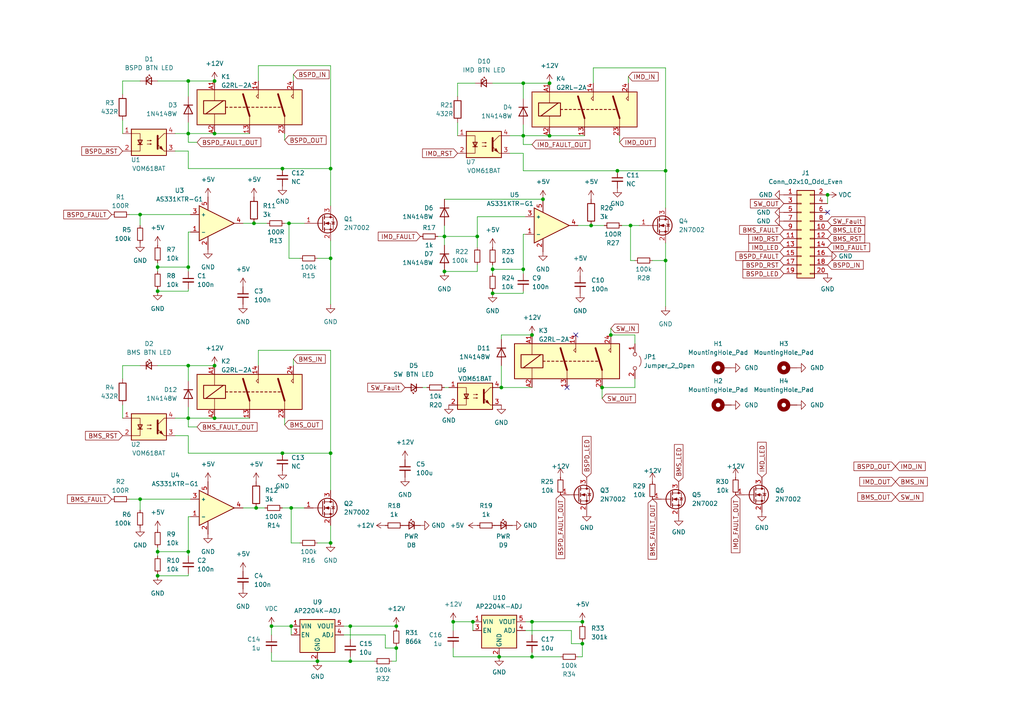
<source format=kicad_sch>
(kicad_sch (version 20230121) (generator eeschema)
  (paper "A4")
  (title_block (title "SDC") (date "2025-07-23") (rev "2025.07") (company "NCKU Formula Racing Team"))
  (junction (at 54.61 121.285))
  (junction (at 114.935 181.61))
  (junction (at 81.915 131.445))
  (junction (at 193.04 49.53))
  (junction (at 54.61 160.02))
  (junction (at 159.385 39.37))
  (junction (at 45.72 167.005))
  (junction (at 240.03 56.515))
  (junction (at 174.625 112.395))
  (junction (at 74.295 147.32))
  (junction (at 154.305 97.155))
  (junction (at 54.61 38.735))
  (junction (at 131.445 180.34))
  (junction (at 92.075 191.77))
  (junction (at 137.16 180.34))
  (junction (at 157.48 57.785))
  (junction (at 84.455 147.32))
  (junction (at 179.07 49.53))
  (junction (at 54.61 106.045))
  (junction (at 177.165 97.155))
  (junction (at 151.765 78.105))
  (junction (at 101.6 191.77))
  (junction (at 168.91 186.69))
  (junction (at 171.45 65.405))
  (junction (at 114.935 187.96))
  (junction (at 182.88 65.405))
  (junction (at 101.6 181.61))
  (junction (at 138.43 68.58))
  (junction (at 154.305 190.5))
  (junction (at 193.04 75.565))
  (junction (at 84.455 181.61))
  (junction (at 54.61 23.495))
  (junction (at 151.765 24.13))
  (junction (at 95.885 48.895))
  (junction (at 62.23 23.495))
  (junction (at 83.82 64.77))
  (junction (at 62.23 121.285))
  (junction (at 45.72 160.02))
  (junction (at 62.23 38.735))
  (junction (at 73.66 64.77))
  (junction (at 54.61 77.47))
  (junction (at 81.915 48.895))
  (junction (at 168.91 180.34))
  (junction (at 128.905 78.74))
  (junction (at 144.78 190.5))
  (junction (at 95.885 74.93))
  (junction (at 154.305 180.34))
  (junction (at 95.885 157.48))
  (junction (at 95.885 131.445))
  (junction (at 128.905 68.58))
  (junction (at 151.765 39.37))
  (junction (at 45.72 77.47))
  (junction (at 145.415 112.395))
  (junction (at 78.74 181.61))
  (junction (at 159.385 24.13))
  (junction (at 40.64 62.23))
  (junction (at 142.875 85.09))
  (junction (at 62.23 106.045))
  (junction (at 142.875 78.105))
  (junction (at 45.72 84.455))
  (junction (at 40.64 144.78))
  (no_connect (at 164.465 112.395))
  (no_connect (at 167.005 97.155))
  (no_connect (at 240.03 61.595))
  (wire (pts (xy 78.74 191.77) (xy 92.075 191.77)))
  (wire (pts (xy 182.88 65.405) (xy 182.88 75.565)))
  (wire (pts (xy 84.455 147.32) (xy 88.265 147.32)))
  (wire (pts (xy 99.695 184.15) (xy 111.76 184.15)))
  (wire (pts (xy 84.455 181.61) (xy 78.74 181.61)))
  (wire (pts (xy 174.625 112.395) (xy 174.625 115.57)))
  (wire (pts (xy 168.91 180.34) (xy 168.91 180.975)))
  (wire (pts (xy 145.415 97.155) (xy 154.305 97.155)))
  (wire (pts (xy 145.415 112.395) (xy 154.305 112.395)))
  (wire (pts (xy 142.875 84.455) (xy 142.875 85.09)))
  (wire (pts (xy 45.72 77.47) (xy 45.72 78.74)))
  (wire (pts (xy 74.93 19.05) (xy 95.885 19.05)))
  (wire (pts (xy 147.955 44.45) (xy 151.765 44.45)))
  (wire (pts (xy 182.88 65.405) (xy 185.42 65.405)))
  (wire (pts (xy 85.09 21.59) (xy 85.09 23.495)))
  (wire (pts (xy 95.885 101.6) (xy 95.885 131.445)))
  (wire (pts (xy 101.6 181.61) (xy 114.935 181.61)))
  (wire (pts (xy 50.8 43.815) (xy 54.61 43.815)))
  (wire (pts (xy 101.6 181.61) (xy 101.6 185.42)))
  (wire (pts (xy 54.61 118.11) (xy 54.61 121.285)))
  (wire (pts (xy 40.64 144.78) (xy 40.64 147.955)))
  (wire (pts (xy 82.55 40.64) (xy 82.55 38.735)))
  (wire (pts (xy 54.61 131.445) (xy 81.915 131.445)))
  (wire (pts (xy 132.715 35.56) (xy 132.715 39.37)))
  (wire (pts (xy 138.43 68.58) (xy 138.43 71.755)))
  (wire (pts (xy 99.695 181.61) (xy 101.6 181.61)))
  (wire (pts (xy 84.455 181.61) (xy 84.455 184.15)))
  (wire (pts (xy 45.72 160.02) (xy 45.72 158.75)))
  (wire (pts (xy 95.885 19.05) (xy 95.885 48.895)))
  (wire (pts (xy 45.72 160.02) (xy 54.61 160.02)))
  (wire (pts (xy 54.61 160.02) (xy 54.61 149.86)))
  (wire (pts (xy 40.64 62.23) (xy 55.245 62.23)))
  (wire (pts (xy 113.665 191.77) (xy 114.935 191.77)))
  (wire (pts (xy 73.66 64.77) (xy 77.47 64.77)))
  (wire (pts (xy 122.555 112.395) (xy 123.825 112.395)))
  (wire (pts (xy 45.72 77.47) (xy 54.61 77.47)))
  (wire (pts (xy 54.61 43.815) (xy 54.61 48.895)))
  (wire (pts (xy 138.43 62.865) (xy 152.4 62.865)))
  (wire (pts (xy 92.075 191.77) (xy 101.6 191.77)))
  (wire (pts (xy 151.765 39.37) (xy 159.385 39.37)))
  (wire (pts (xy 35.56 109.855) (xy 35.56 106.045)))
  (wire (pts (xy 142.875 78.105) (xy 151.765 78.105)))
  (wire (pts (xy 54.61 67.31) (xy 55.245 67.31)))
  (wire (pts (xy 45.72 84.455) (xy 54.61 84.455)))
  (wire (pts (xy 83.82 74.93) (xy 86.995 74.93)))
  (wire (pts (xy 45.72 106.045) (xy 54.61 106.045)))
  (wire (pts (xy 54.61 166.37) (xy 54.61 167.005)))
  (wire (pts (xy 35.56 34.925) (xy 35.56 38.735)))
  (wire (pts (xy 54.61 106.045) (xy 54.61 110.49)))
  (wire (pts (xy 179.07 49.53) (xy 193.04 49.53)))
  (wire (pts (xy 151.765 41.91) (xy 154.305 41.91)))
  (wire (pts (xy 142.875 24.13) (xy 151.765 24.13)))
  (wire (pts (xy 132.715 24.13) (xy 137.795 24.13)))
  (wire (pts (xy 70.485 147.32) (xy 74.295 147.32)))
  (wire (pts (xy 50.8 38.735) (xy 54.61 38.735)))
  (wire (pts (xy 35.56 27.305) (xy 35.56 23.495)))
  (wire (pts (xy 54.61 121.285) (xy 62.23 121.285)))
  (wire (pts (xy 131.445 180.34) (xy 131.445 182.88)))
  (wire (pts (xy 184.15 97.155) (xy 184.15 99.695)))
  (wire (pts (xy 54.61 23.495) (xy 54.61 27.94)))
  (wire (pts (xy 165.735 182.88) (xy 165.735 186.69)))
  (wire (pts (xy 142.875 78.105) (xy 142.875 76.835)))
  (wire (pts (xy 54.61 23.495) (xy 62.23 23.495)))
  (wire (pts (xy 177.165 95.25) (xy 177.165 97.155)))
  (wire (pts (xy 74.93 101.6) (xy 95.885 101.6)))
  (wire (pts (xy 132.715 27.94) (xy 132.715 24.13)))
  (wire (pts (xy 62.23 121.285) (xy 72.39 121.285)))
  (wire (pts (xy 37.465 62.23) (xy 40.64 62.23)))
  (wire (pts (xy 151.765 24.13) (xy 159.385 24.13)))
  (wire (pts (xy 154.305 180.34) (xy 154.305 184.15)))
  (wire (pts (xy 54.61 106.045) (xy 62.23 106.045)))
  (wire (pts (xy 35.56 106.045) (xy 40.64 106.045)))
  (wire (pts (xy 147.955 39.37) (xy 151.765 39.37)))
  (wire (pts (xy 54.61 35.56) (xy 54.61 38.735)))
  (wire (pts (xy 95.885 48.895) (xy 95.885 59.69)))
  (wire (pts (xy 45.72 23.495) (xy 54.61 23.495)))
  (wire (pts (xy 54.61 126.365) (xy 54.61 131.445)))
  (wire (pts (xy 82.55 123.19) (xy 82.55 121.285)))
  (wire (pts (xy 95.885 69.85) (xy 95.885 74.93)))
  (wire (pts (xy 151.765 24.13) (xy 151.765 28.575)))
  (wire (pts (xy 172.085 19.685) (xy 193.04 19.685)))
  (wire (pts (xy 137.16 180.34) (xy 137.16 182.88)))
  (wire (pts (xy 81.915 147.32) (xy 84.455 147.32)))
  (wire (pts (xy 128.905 57.785) (xy 157.48 57.785)))
  (wire (pts (xy 179.705 41.275) (xy 179.705 39.37)))
  (wire (pts (xy 114.935 181.61) (xy 114.935 182.245)))
  (wire (pts (xy 35.56 23.495) (xy 40.64 23.495)))
  (wire (pts (xy 45.72 160.02) (xy 45.72 161.29)))
  (wire (pts (xy 167.64 65.405) (xy 171.45 65.405)))
  (wire (pts (xy 184.15 109.855) (xy 184.15 112.395)))
  (wire (pts (xy 177.165 97.155) (xy 184.15 97.155)))
  (wire (pts (xy 152.4 182.88) (xy 165.735 182.88)))
  (wire (pts (xy 83.82 64.77) (xy 88.265 64.77)))
  (wire (pts (xy 54.61 77.47) (xy 54.61 67.31)))
  (wire (pts (xy 171.45 65.405) (xy 175.26 65.405)))
  (wire (pts (xy 54.61 78.74) (xy 54.61 77.47)))
  (wire (pts (xy 128.905 65.405) (xy 128.905 68.58)))
  (wire (pts (xy 131.445 190.5) (xy 144.78 190.5)))
  (wire (pts (xy 189.23 75.565) (xy 193.04 75.565)))
  (wire (pts (xy 128.905 78.74) (xy 138.43 78.74)))
  (wire (pts (xy 95.885 152.4) (xy 95.885 157.48)))
  (wire (pts (xy 54.61 38.735) (xy 54.61 41.275)))
  (wire (pts (xy 152.4 180.34) (xy 154.305 180.34)))
  (wire (pts (xy 151.765 78.105) (xy 151.765 67.945)))
  (wire (pts (xy 111.76 184.15) (xy 111.76 187.96)))
  (wire (pts (xy 151.765 49.53) (xy 179.07 49.53)))
  (wire (pts (xy 45.72 166.37) (xy 45.72 167.005)))
  (wire (pts (xy 81.915 131.445) (xy 95.885 131.445)))
  (wire (pts (xy 74.93 101.6) (xy 74.93 106.045)))
  (wire (pts (xy 165.735 186.69) (xy 168.91 186.69)))
  (wire (pts (xy 144.78 190.5) (xy 154.305 190.5)))
  (wire (pts (xy 131.445 187.96) (xy 131.445 190.5)))
  (wire (pts (xy 92.075 74.93) (xy 95.885 74.93)))
  (wire (pts (xy 142.875 85.09) (xy 151.765 85.09)))
  (wire (pts (xy 54.61 38.735) (xy 62.23 38.735)))
  (wire (pts (xy 111.76 187.96) (xy 114.935 187.96)))
  (wire (pts (xy 151.765 79.375) (xy 151.765 78.105)))
  (wire (pts (xy 84.455 147.32) (xy 84.455 157.48)))
  (wire (pts (xy 128.905 68.58) (xy 128.905 71.12)))
  (wire (pts (xy 101.6 190.5) (xy 101.6 191.77)))
  (wire (pts (xy 35.56 117.475) (xy 35.56 121.285)))
  (wire (pts (xy 40.64 62.23) (xy 40.64 65.405)))
  (wire (pts (xy 45.72 167.005) (xy 54.61 167.005)))
  (wire (pts (xy 240.03 56.515) (xy 240.03 59.055)))
  (wire (pts (xy 128.905 112.395) (xy 130.175 112.395)))
  (wire (pts (xy 95.885 74.93) (xy 95.885 88.265)))
  (wire (pts (xy 78.74 181.61) (xy 78.74 184.15)))
  (wire (pts (xy 142.875 78.105) (xy 142.875 79.375)))
  (wire (pts (xy 151.765 36.195) (xy 151.765 39.37)))
  (wire (pts (xy 168.91 186.055) (xy 168.91 186.69)))
  (wire (pts (xy 92.075 157.48) (xy 95.885 157.48)))
  (wire (pts (xy 78.74 189.23) (xy 78.74 191.77)))
  (wire (pts (xy 182.88 75.565) (xy 184.15 75.565)))
  (wire (pts (xy 54.61 41.275) (xy 57.15 41.275)))
  (wire (pts (xy 180.34 65.405) (xy 182.88 65.405)))
  (wire (pts (xy 154.305 189.23) (xy 154.305 190.5)))
  (wire (pts (xy 184.15 112.395) (xy 174.625 112.395)))
  (wire (pts (xy 193.04 70.485) (xy 193.04 75.565)))
  (wire (pts (xy 151.765 67.945) (xy 152.4 67.945)))
  (wire (pts (xy 54.61 121.285) (xy 54.61 123.825)))
  (wire (pts (xy 40.64 144.78) (xy 55.245 144.78)))
  (wire (pts (xy 154.305 190.5) (xy 162.56 190.5)))
  (wire (pts (xy 70.485 64.77) (xy 73.66 64.77)))
  (wire (pts (xy 172.085 19.685) (xy 172.085 24.13)))
  (wire (pts (xy 81.915 48.895) (xy 95.885 48.895)))
  (wire (pts (xy 193.04 19.685) (xy 193.04 49.53)))
  (wire (pts (xy 45.72 77.47) (xy 45.72 76.2)))
  (wire (pts (xy 128.905 68.58) (xy 138.43 68.58)))
  (wire (pts (xy 154.305 180.34) (xy 168.91 180.34)))
  (wire (pts (xy 95.885 131.445) (xy 95.885 142.24)))
  (wire (pts (xy 45.72 83.82) (xy 45.72 84.455)))
  (wire (pts (xy 193.04 75.565) (xy 193.04 88.9)))
  (wire (pts (xy 84.455 157.48) (xy 86.995 157.48)))
  (wire (pts (xy 83.82 64.77) (xy 83.82 74.93)))
  (wire (pts (xy 138.43 76.835) (xy 138.43 78.74)))
  (wire (pts (xy 62.23 38.735) (xy 72.39 38.735)))
  (wire (pts (xy 54.61 161.29) (xy 54.61 160.02)))
  (wire (pts (xy 145.415 97.155) (xy 145.415 98.425)))
  (wire (pts (xy 54.61 48.895) (xy 81.915 48.895)))
  (wire (pts (xy 101.6 191.77) (xy 108.585 191.77)))
  (wire (pts (xy 151.765 84.455) (xy 151.765 85.09)))
  (wire (pts (xy 82.55 64.77) (xy 83.82 64.77)))
  (wire (pts (xy 182.245 22.225) (xy 182.245 24.13)))
  (wire (pts (xy 127 68.58) (xy 128.905 68.58)))
  (wire (pts (xy 159.385 39.37) (xy 169.545 39.37)))
  (wire (pts (xy 54.61 83.82) (xy 54.61 84.455)))
  (wire (pts (xy 50.8 121.285) (xy 54.61 121.285)))
  (wire (pts (xy 151.765 39.37) (xy 151.765 41.91)))
  (wire (pts (xy 50.8 126.365) (xy 54.61 126.365)))
  (wire (pts (xy 85.09 104.14) (xy 85.09 106.045)))
  (wire (pts (xy 145.415 106.045) (xy 145.415 112.395)))
  (wire (pts (xy 168.91 186.69) (xy 168.91 190.5)))
  (wire (pts (xy 137.16 180.34) (xy 131.445 180.34)))
  (wire (pts (xy 167.64 190.5) (xy 168.91 190.5)))
  (wire (pts (xy 74.93 19.05) (xy 74.93 23.495)))
  (wire (pts (xy 74.295 147.32) (xy 76.835 147.32)))
  (wire (pts (xy 54.61 123.825) (xy 57.15 123.825)))
  (wire (pts (xy 54.61 149.86) (xy 55.245 149.86)))
  (wire (pts (xy 193.04 49.53) (xy 193.04 60.325)))
  (wire (pts (xy 151.765 44.45) (xy 151.765 49.53)))
  (wire (pts (xy 138.43 68.58) (xy 138.43 62.865)))
  (wire (pts (xy 114.935 187.325) (xy 114.935 187.96)))
  (wire (pts (xy 114.935 187.96) (xy 114.935 191.77)))
  (wire (pts (xy 37.465 144.78) (xy 40.64 144.78)))
  (global_label "BSPD_FAULT" (shape input) (at 227.33 74.295 180) (property "Intersheetrefs" "${INTERSHEET_REFS}" (effects hide)))
  (global_label "IMD_FAULT_OUT" (shape input) (at 154.305 41.91 0) (property "Intersheetrefs" "${INTERSHEET_REFS}" (effects hide)))
  (global_label "BMS_IN" (shape input) (at 85.09 104.14 0) (property "Intersheetrefs" "${INTERSHEET_REFS}" (effects hide)))
  (global_label "IMD_RST" (shape input) (at 132.715 44.45 180) (property "Intersheetrefs" "${INTERSHEET_REFS}" (effects hide)))
  (global_label "BMS_LED" (shape input) (at 196.85 139.7 90) (property "Intersheetrefs" "${INTERSHEET_REFS}" (effects hide)))
  (global_label "BMS_OUT" (shape input) (at 82.55 123.19 0) (property "Intersheetrefs" "${INTERSHEET_REFS}" (effects hide)))
  (global_label "BMS_RST" (shape input) (at 240.03 69.215 0) (property "Intersheetrefs" "${INTERSHEET_REFS}" (effects hide)))
  (global_label "SW_Fault" (shape input) (at 240.03 64.135 0) (property "Intersheetrefs" "${INTERSHEET_REFS}" (effects hide)))
  (global_label "BMS_OUT" (shape input) (at 259.715 144.145 180) (property "Intersheetrefs" "${INTERSHEET_REFS}" (effects hide)))
  (global_label "IMD_OUT" (shape input) (at 259.715 139.7 180) (property "Intersheetrefs" "${INTERSHEET_REFS}" (effects hide)))
  (global_label "BMS_FAULT" (shape input) (at 32.385 144.78 180) (property "Intersheetrefs" "${INTERSHEET_REFS}" (effects hide)))
  (global_label "BMS_LED" (shape input) (at 240.03 66.675 0) (property "Intersheetrefs" "${INTERSHEET_REFS}" (effects hide)))
  (global_label "BMS_FAULT" (shape input) (at 227.33 66.675 180) (property "Intersheetrefs" "${INTERSHEET_REFS}" (effects hide)))
  (global_label "IMD_FAULT" (shape input) (at 121.92 68.58 180) (property "Intersheetrefs" "${INTERSHEET_REFS}" (effects hide)))
  (global_label "BSPD_FAULT_OUT" (shape input) (at 162.56 143.51 270) (property "Intersheetrefs" "${INTERSHEET_REFS}" (effects hide)))
  (global_label "BSPD_IN" (shape input) (at 85.09 21.59 0) (property "Intersheetrefs" "${INTERSHEET_REFS}" (effects hide)))
  (global_label "IMD_LED" (shape input) (at 220.98 138.43 90) (property "Intersheetrefs" "${INTERSHEET_REFS}" (effects hide)))
  (global_label "BMS_RST" (shape input) (at 35.56 126.365 180) (property "Intersheetrefs" "${INTERSHEET_REFS}" (effects hide)))
  (global_label "BMS_FAULT_OUT" (shape input) (at 189.23 144.78 270) (property "Intersheetrefs" "${INTERSHEET_REFS}" (effects hide)))
  (global_label "IMD_FAULT_OUT" (shape input) (at 213.36 143.51 270) (property "Intersheetrefs" "${INTERSHEET_REFS}" (effects hide)))
  (global_label "SW_IN" (shape input) (at 259.715 144.145 0) (property "Intersheetrefs" "${INTERSHEET_REFS}" (effects hide)))
  (global_label "IMD_OUT" (shape input) (at 179.705 41.275 0) (property "Intersheetrefs" "${INTERSHEET_REFS}" (effects hide)))
  (global_label "BSPD_RST" (shape input) (at 35.56 43.815 180) (property "Intersheetrefs" "${INTERSHEET_REFS}" (effects hide)))
  (global_label "SW_Fault" (shape input) (at 117.475 112.395 180) (property "Intersheetrefs" "${INTERSHEET_REFS}" (effects hide)))
  (global_label "BMS_IN" (shape input) (at 259.715 139.7 0) (property "Intersheetrefs" "${INTERSHEET_REFS}" (effects hide)))
  (global_label "BSPD_IN" (shape input) (at 240.03 76.835 0) (property "Intersheetrefs" "${INTERSHEET_REFS}" (effects hide)))
  (global_label "IMD_IN" (shape input) (at 259.715 135.255 0) (property "Intersheetrefs" "${INTERSHEET_REFS}" (effects hide)))
  (global_label "BSPD_FAULT" (shape input) (at 32.385 62.23 180) (property "Intersheetrefs" "${INTERSHEET_REFS}" (effects hide)))
  (global_label "SW_OUT" (shape input) (at 174.625 115.57 0) (property "Intersheetrefs" "${INTERSHEET_REFS}" (effects hide)))
  (global_label "BSPD_RST" (shape input) (at 227.33 76.835 180) (property "Intersheetrefs" "${INTERSHEET_REFS}" (effects hide)))
  (global_label "BSPD_LED" (shape input) (at 227.33 79.375 180) (property "Intersheetrefs" "${INTERSHEET_REFS}" (effects hide)))
  (global_label "BMS_FAULT_OUT" (shape input) (at 57.15 123.825 0) (property "Intersheetrefs" "${INTERSHEET_REFS}" (effects hide)))
  (global_label "IMD_IN" (shape input) (at 182.245 22.225 0) (property "Intersheetrefs" "${INTERSHEET_REFS}" (effects hide)))
  (global_label "SW_IN" (shape input) (at 177.165 95.25 0) (property "Intersheetrefs" "${INTERSHEET_REFS}" (effects hide)))
  (global_label "IMD_LED" (shape input) (at 227.33 71.755 180) (property "Intersheetrefs" "${INTERSHEET_REFS}" (effects hide)))
  (global_label "SW_OUT" (shape input) (at 227.33 59.055 180) (property "Intersheetrefs" "${INTERSHEET_REFS}" (effects hide)))
  (global_label "BSPD_FAULT_OUT" (shape input) (at 57.15 41.275 0) (property "Intersheetrefs" "${INTERSHEET_REFS}" (effects hide)))
  (global_label "BSPD_OUT" (shape input) (at 259.715 135.255 180) (property "Intersheetrefs" "${INTERSHEET_REFS}" (effects hide)))
  (global_label "IMD_RST" (shape input) (at 227.33 69.215 180) (property "Intersheetrefs" "${INTERSHEET_REFS}" (effects hide)))
  (global_label "BSPD_LED" (shape input) (at 170.18 138.43 90) (property "Intersheetrefs" "${INTERSHEET_REFS}" (effects hide)))
  (global_label "IMD_FAULT" (shape input) (at 240.03 71.755 0) (property "Intersheetrefs" "${INTERSHEET_REFS}" (effects hide)))
  (global_label "BSPD_OUT" (shape input) (at 82.55 40.64 0) (property "Intersheetrefs" "${INTERSHEET_REFS}" (effects hide)))
  (symbol (lib_id "Regulator_Linear:AP2204K-ADJ") (at 144.78 182.88 0) (unit 1)
    (property "Reference" "U10" (at 144.78 173.355 0))
    (property "Value" "AP2204K-ADJ" (at 144.78 175.895 0))
    (property "Footprint" "Package_TO_SOT_SMD:SOT-23-5" (effects hide))
    (property "Datasheet" "https://www.diodes.com/assets/Datasheets/AP2204.pdf" (effects hide))
  )
  (symbol (lib_id "Device:R_Small") (at 45.72 163.83 0) (unit 1)
    (property "Reference" "R10" (at 48.26 162.56 0) (effects (justify left)))
    (property "Value" "10k" (at 48.26 165.1 0) (effects (justify left)))
    (property "Footprint" "Resistor_SMD:R_0603_1608Metric" (effects hide))
  )
  (symbol (lib_id "Device:C_Small") (at 179.07 52.07 0) (unit 1)
    (property "Reference" "C11" (at 181.61 50.8063 0) (effects (justify left)))
    (property "Value" "NC" (at 181.61 53.3463 0) (effects (justify left)))
    (property "Footprint" "Capacitor_THT:C_Disc_D3.0mm_W1.6mm_P2.50mm" (effects hide))
  )
  (symbol (lib_id "Device:R_Small") (at 162.56 140.97 0) (mirror x) (unit 1)
    (property "Reference" "R25" (at 160.655 139.7 0) (effects (justify right)))
    (property "Value" "10k" (at 160.655 142.24 0) (effects (justify right)))
    (property "Footprint" "Resistor_SMD:R_0603_1608Metric" (effects hide))
  )
  (symbol (lib_id "power:+5V") (at 142.875 71.755 0) (unit 1)
    (property "Reference" "#PWR036" (effects hide))
    (property "Value" "+5V" (at 142.875 66.675 0))
  )
  (symbol (lib_id "Device:R_Small") (at 138.43 74.295 0) (mirror y) (unit 1)
    (property "Reference" "R22" (at 135.89 73.025 0) (effects (justify left)))
    (property "Value" "100k" (at 135.89 75.565 0) (effects (justify left)))
    (property "Footprint" "Resistor_SMD:R_0603_1608Metric" (effects hide))
  )
  (symbol (lib_id "power:+12V") (at 62.23 106.045 0) (unit 1)
    (property "Reference" "#PWR015" (effects hide))
    (property "Value" "+12V" (at 62.23 100.965 0))
  )
  (symbol (lib_id "Device:R_Small") (at 168.91 183.515 0) (unit 1)
    (property "Reference" "R33" (at 171.45 182.245 0) (effects (justify left)))
    (property "Value" "301k" (at 171.45 184.785 0) (effects (justify left)))
    (property "Footprint" "Resistor_SMD:R_0603_1608Metric" (effects hide))
  )
  (symbol (lib_id "Device:R_Small") (at 140.97 152.4 90) (unit 1)
    (property "Reference" "R19" (at 140.97 146.685 90))
    (property "Value" "1k" (at 140.97 149.225 90))
    (property "Footprint" "Resistor_SMD:R_0603_1608Metric" (effects hide))
  )
  (symbol (lib_id "power:GND") (at 240.03 74.295 90) (unit 1)
    (property "Reference" "#PWR038" (effects hide))
    (property "Value" "GND" (at 243.205 74.295 90) (effects (justify right)))
  )
  (symbol (lib_id "Device:R") (at 35.56 113.665 0) (unit 1)
    (property "Reference" "R4" (at 30.48 112.395 0) (effects (justify left)))
    (property "Value" "432R" (at 29.21 114.935 0) (effects (justify left)))
    (property "Footprint" "Resistor_SMD:R_0603_1608Metric" (effects hide))
  )
  (symbol (lib_id "Device:R_Small") (at 45.72 156.21 0) (unit 1)
    (property "Reference" "R9" (at 48.26 154.94 0) (effects (justify left)))
    (property "Value" "10k" (at 48.26 157.48 0) (effects (justify left)))
    (property "Footprint" "Resistor_SMD:R_0603_1608Metric" (effects hide))
  )
  (symbol (lib_id "power:+5V") (at 74.295 139.7 0) (unit 1)
    (property "Reference" "#PWR035" (effects hide))
    (property "Value" "+5V" (at 74.295 134.62 0))
  )
  (symbol (lib_id "power:GND") (at 196.85 149.86 0) (unit 1)
    (property "Reference" "#PWR050" (effects hide))
    (property "Value" "GND" (at 196.85 154.305 0))
  )
  (symbol (lib_id "Transistor_FET:2N7002") (at 218.44 143.51 0) (unit 1)
    (property "Reference" "Q6" (at 224.79 142.24 0) (effects (justify left)))
    (property "Value" "2N7002" (at 224.79 144.78 0) (effects (justify left)))
    (property "Footprint" "Package_TO_SOT_SMD:SOT-23" (effects hide))
    (property "Datasheet" "https://www.onsemi.com/pub/Collateral/NDS7002A-D.PDF" (effects hide))
    (property "Sim.Library" "2N7002.spice.txt" (effects hide))
    (property "Sim.Name" "N7002" (effects hide))
    (property "Sim.Device" "SUBCKT" (effects hide))
    (property "Sim.Pins" "1=10 2=20 3=30" (effects hide))
  )
  (symbol (lib_id "Diode:1N4148W") (at 128.905 61.595 90) (mirror x) (unit 1)
    (property "Reference" "D6" (at 125.73 60.325 90) (effects (justify left)))
    (property "Value" "1N4148W" (at 125.73 62.865 90) (effects (justify left)))
    (property "Footprint" "Diode_SMD:D_SOD-123" (effects hide))
    (property "Datasheet" "https://www.vishay.com/docs/85748/1n4148w.pdf" (effects hide))
    (property "Sim.Device" "D" (effects hide))
    (property "Sim.Pins" "1=K 2=A" (effects hide))
  )
  (symbol (lib_id "power:+5V") (at 60.325 57.15 0) (unit 1)
    (property "Reference" "#PWR09" (effects hide))
    (property "Value" "+5V" (at 60.325 52.07 0))
  )
  (symbol (lib_id "Device:R_Small") (at 177.8 65.405 90) (mirror x) (unit 1)
    (property "Reference" "R27" (at 177.8 70.485 90))
    (property "Value" "100R" (at 177.8 67.945 90))
    (property "Footprint" "Resistor_SMD:R_0603_1608Metric" (effects hide))
  )
  (symbol (lib_id "power:+5V") (at 168.91 180.34 0) (unit 1)
    (property "Reference" "#PWR069" (effects hide))
    (property "Value" "+5V" (at 168.91 175.26 0))
  )
  (symbol (lib_id "power:+12V") (at 189.23 139.7 0) (unit 1)
    (property "Reference" "#PWR048" (effects hide))
    (property "Value" "+12V" (at 189.23 136.525 0))
  )
  (symbol (lib_id "Transistor_FET:2N7002") (at 190.5 65.405 0) (unit 1)
    (property "Reference" "Q4" (at 196.85 64.135 0) (effects (justify left)))
    (property "Value" "2N7002" (at 196.85 66.675 0) (effects (justify left)))
    (property "Footprint" "Package_TO_SOT_SMD:SOT-23" (effects hide))
    (property "Datasheet" "https://www.onsemi.com/pub/Collateral/NDS7002A-D.PDF" (effects hide))
    (property "Sim.Library" "2N7002.spice.txt" (effects hide))
    (property "Sim.Name" "N7002" (effects hide))
    (property "Sim.Device" "SUBCKT" (effects hide))
    (property "Sim.Pins" "1=10 2=20 3=30" (effects hide))
  )
  (symbol (lib_id "power:GND") (at 81.915 136.525 0) (unit 1)
    (property "Reference" "#PWR013" (effects hide))
    (property "Value" "GND" (at 81.915 140.97 0))
  )
  (symbol (lib_id "Device:R_Small") (at 40.64 150.495 0) (mirror y) (unit 1)
    (property "Reference" "R6" (at 38.1 149.225 0) (effects (justify left)))
    (property "Value" "100k" (at 38.1 151.765 0) (effects (justify left)))
    (property "Footprint" "Resistor_SMD:R_0603_1608Metric" (effects hide))
  )
  (symbol (lib_id "Isolator:FODM217B") (at 137.795 114.935 0) (unit 1)
    (property "Reference" "U6" (at 133.985 107.315 0))
    (property "Value" "VOM618AT" (at 137.795 109.855 0))
    (property "Footprint" "Package_SO:SOP-4_3.8x4.1mm_P2.54mm" (effects hide))
    (property "Datasheet" "https://www.onsemi.com/pub/Collateral/FODM214-D.PDF" (effects hide))
    (property "Sim.Library" "Vishay_BJT_1mA/BJT_1mA.txt" (effects hide))
    (property "Sim.Name" "BJT_1mA" (effects hide))
    (property "Sim.Device" "SUBCKT" (effects hide))
    (property "Sim.Pins" "1=A 2=K 3=C 4=E" (effects hide))
  )
  (symbol (lib_id "power:GND") (at 117.475 138.43 0) (unit 1)
    (property "Reference" "#PWR024" (effects hide))
    (property "Value" "GND" (at 117.475 143.51 0))
  )
  (symbol (lib_id "power:GND") (at 240.03 79.375 0) (unit 1)
    (property "Reference" "#PWR025" (effects hide))
    (property "Value" "GND" (at 240.03 83.82 0))
  )
  (symbol (lib_id "power:+5V") (at 138.43 152.4 90) (unit 1)
    (property "Reference" "#PWR027" (effects hide))
    (property "Value" "+5V" (at 134.62 152.4 90) (effects (justify left)))
  )
  (symbol (lib_id "Mechanical:MountingHole_Pad") (at 228.6 106.68 90) (unit 1)
    (property "Reference" "H3" (at 227.33 99.695 90))
    (property "Value" "MountingHole_Pad" (at 227.33 102.235 90))
    (property "Footprint" "MountingHole:MountingHole_3.2mm_M3_ISO7380_Pad" (effects hide))
  )
  (symbol (lib_id "Device:R_Small") (at 111.125 191.77 90) (mirror x) (unit 1)
    (property "Reference" "R32" (at 111.125 196.85 90))
    (property "Value" "100k" (at 111.125 194.31 90))
    (property "Footprint" "Resistor_SMD:R_0603_1608Metric" (effects hide))
  )
  (symbol (lib_id "Device:R_Small") (at 186.69 75.565 90) (mirror x) (unit 1)
    (property "Reference" "R28" (at 186.69 80.645 90))
    (property "Value" "100k" (at 186.69 78.105 90))
    (property "Footprint" "Resistor_SMD:R_0603_1608Metric" (effects hide))
  )
  (symbol (lib_id "power:GND") (at 157.48 73.025 0) (unit 1)
    (property "Reference" "#PWR042" (effects hide))
    (property "Value" "GND" (at 157.48 78.105 0))
  )
  (symbol (lib_id "Device:R") (at 74.295 143.51 0) (unit 1)
    (property "Reference" "R12" (at 76.835 142.24 0) (effects (justify left)))
    (property "Value" "3k" (at 76.835 144.78 0) (effects (justify left)))
    (property "Footprint" "Resistor_SMD:R_0603_1608Metric" (effects hide))
  )
  (symbol (lib_id "power:+12V") (at 111.76 152.4 90) (unit 1)
    (property "Reference" "#PWR026" (effects hide))
    (property "Value" "+12V" (at 108.585 152.4 90) (effects (justify left)))
  )
  (symbol (lib_id "Relay:G2RL-2A") (at 72.39 113.665 0) (unit 1)
    (property "Reference" "K2" (at 64.135 104.775 0) (effects (justify left)))
    (property "Value" "G2RL-2A" (at 64.135 107.315 0) (effects (justify left)))
    (property "Footprint" "Relay_THT:Relay_DPST_Omron_G2RL-2A" (effects hide))
    (property "Datasheet" "https://omronfs.omron.com/en_US/ecb/products/pdf/en-g2rl.pdf" (effects hide))
    (property "Sim.Device" "SW" (effects hide))
    (property "Sim.Type" "V" (effects hide))
    (property "Sim.Pins" "13=ctrl+ 14=ctrl- 23=no+ 24=no-" (effects hide))
    (property "Sim.Params" "thr=10 ron=0.08 ic=off" (effects hide))
  )
  (symbol (lib_id "Device:R") (at 132.715 31.75 0) (unit 1)
    (property "Reference" "R21" (at 127.635 30.48 0) (effects (justify left)))
    (property "Value" "432R" (at 126.365 33.02 0) (effects (justify left)))
    (property "Footprint" "Resistor_SMD:R_0603_1608Metric" (effects hide))
  )
  (symbol (lib_id "Device:R_Small") (at 126.365 112.395 270) (unit 1)
    (property "Reference" "R20" (at 126.365 117.475 90))
    (property "Value" "10k" (at 126.365 114.935 90))
    (property "Footprint" "Resistor_SMD:R_0603_1608Metric" (effects hide))
  )
  (symbol (lib_id "Isolator:FODM217B") (at 43.18 123.825 0) (unit 1)
    (property "Reference" "U2" (at 39.37 128.905 0))
    (property "Value" "VOM618AT" (at 43.18 131.445 0))
    (property "Footprint" "Package_SO:SOP-4_3.8x4.1mm_P2.54mm" (effects hide))
    (property "Datasheet" "https://www.onsemi.com/pub/Collateral/FODM214-D.PDF" (effects hide))
    (property "Sim.Library" "Vishay_BJT_1mA/BJT_1mA.txt" (effects hide))
    (property "Sim.Name" "BJT_1mA" (effects hide))
    (property "Sim.Device" "SUBCKT" (effects hide))
    (property "Sim.Pins" "1=A 2=K 3=C 4=E" (effects hide))
  )
  (symbol (lib_id "power:+5V") (at 171.45 57.785 0) (unit 1)
    (property "Reference" "#PWR056" (effects hide))
    (property "Value" "+5V" (at 171.45 52.705 0))
  )
  (symbol (lib_id "Device:C_Small") (at 131.445 185.42 0) (unit 1)
    (property "Reference" "C16" (at 128.27 184.1563 0) (effects (justify right)))
    (property "Value" "1u" (at 128.27 186.6963 0) (effects (justify right)))
    (property "Footprint" "Capacitor_SMD:C_0603_1608Metric_Pad1.08x0.95mm_HandSolder" (effects hide))
  )
  (symbol (lib_id "Isolator:FODM217B") (at 140.335 41.91 0) (unit 1)
    (property "Reference" "U7" (at 136.525 46.99 0))
    (property "Value" "VOM618AT" (at 140.335 49.53 0))
    (property "Footprint" "Package_SO:SOP-4_3.8x4.1mm_P2.54mm" (effects hide))
    (property "Datasheet" "https://www.onsemi.com/pub/Collateral/FODM214-D.PDF" (effects hide))
    (property "Sim.Library" "Vishay_BJT_1mA/BJT_1mA.txt" (effects hide))
    (property "Sim.Name" "BJT_1mA" (effects hide))
    (property "Sim.Device" "SUBCKT" (effects hide))
    (property "Sim.Pins" "1=A 2=K 3=C 4=E" (effects hide))
  )
  (symbol (lib_id "Device:R_Small") (at 114.3 152.4 90) (unit 1)
    (property "Reference" "R18" (at 114.3 146.685 90))
    (property "Value" "1k" (at 114.3 149.225 90))
    (property "Footprint" "Resistor_SMD:R_0603_1608Metric" (effects hide))
  )
  (symbol (lib_id "power:+12V") (at 117.475 133.35 0) (unit 1)
    (property "Reference" "#PWR023" (effects hide))
    (property "Value" "+12V" (at 117.475 128.27 0))
  )
  (symbol (lib_id "power:GND") (at 179.07 54.61 0) (unit 1)
    (property "Reference" "#PWR01" (effects hide))
    (property "Value" "GND" (at 179.07 59.055 0))
  )
  (symbol (lib_id "power:GND") (at 227.33 56.515 270) (unit 1)
    (property "Reference" "#PWR053" (effects hide))
    (property "Value" "GND" (at 224.155 56.515 90) (effects (justify right)))
  )
  (symbol (lib_id "power:+12V") (at 213.36 138.43 0) (unit 1)
    (property "Reference" "#PWR051" (effects hide))
    (property "Value" "+12V" (at 213.36 135.255 0))
  )
  (symbol (lib_id "Device:C_Small") (at 70.485 85.725 0) (unit 1)
    (property "Reference" "C3" (at 73.66 84.4613 0) (effects (justify left)))
    (property "Value" "100n" (at 73.66 87.0013 0) (effects (justify left)))
    (property "Footprint" "Capacitor_SMD:C_0603_1608Metric" (effects hide))
  )
  (symbol (lib_id "power:+5V") (at 60.325 139.7 0) (unit 1)
    (property "Reference" "#PWR011" (effects hide))
    (property "Value" "+5V" (at 60.325 134.62 0))
  )
  (symbol (lib_id "Device:C_Small") (at 101.6 187.96 0) (mirror y) (unit 1)
    (property "Reference" "C15" (at 104.14 186.69 0) (effects (justify right)))
    (property "Value" "10u" (at 104.14 189.23 0) (effects (justify right)))
    (property "Footprint" "Capacitor_SMD:C_0805_2012Metric_Pad1.18x1.45mm_HandSolder" (effects hide))
  )
  (symbol (lib_id "Device:C_Small") (at 54.61 81.28 0) (unit 1)
    (property "Reference" "C1" (at 57.15 80.0163 0) (effects (justify left)))
    (property "Value" "100n" (at 57.15 82.5563 0) (effects (justify left)))
    (property "Footprint" "Capacitor_SMD:C_0603_1608Metric" (effects hide))
  )
  (symbol (lib_id "power:+12V") (at 114.935 181.61 0) (unit 1)
    (property "Reference" "#PWR066" (effects hide))
    (property "Value" "+12V" (at 114.935 176.53 0))
  )
  (symbol (lib_id "Device:LED_Small") (at 43.18 23.495 0) (unit 1)
    (property "Reference" "D1" (at 43.2435 17.145 0))
    (property "Value" "BSPD BTN LED" (at 43.2435 19.685 0))
    (property "Footprint" "LED_SMD:LED_0805_2012Metric" (effects hide))
    (property "Sim.Device" "D" (effects hide))
    (property "Sim.Pins" "1=A 2=K" (effects hide))
  )
  (symbol (lib_id "Transistor_FET:2N7002") (at 93.345 147.32 0) (unit 1)
    (property "Reference" "Q2" (at 99.695 146.05 0) (effects (justify left)))
    (property "Value" "2N7002" (at 99.695 148.59 0) (effects (justify left)))
    (property "Footprint" "Package_TO_SOT_SMD:SOT-23" (effects hide))
    (property "Datasheet" "https://www.onsemi.com/pub/Collateral/NDS7002A-D.PDF" (effects hide))
    (property "Sim.Library" "2N7002.spice.txt" (effects hide))
    (property "Sim.Name" "N7002" (effects hide))
    (property "Sim.Device" "SUBCKT" (effects hide))
    (property "Sim.Pins" "1=10 2=20 3=30" (effects hide))
  )
  (symbol (lib_id "Device:R") (at 171.45 61.595 0) (unit 1)
    (property "Reference" "R26" (at 173.99 60.325 0) (effects (justify left)))
    (property "Value" "3k" (at 173.99 62.865 0) (effects (justify left)))
    (property "Footprint" "Resistor_SMD:R_0603_1608Metric" (effects hide))
  )
  (symbol (lib_id "power:GND") (at 231.14 106.68 90) (unit 1)
    (property "Reference" "#PWR064" (effects hide))
    (property "Value" "GND" (at 234.95 106.68 90) (effects (justify right)))
  )
  (symbol (lib_id "Device:R_Small") (at 45.72 73.66 0) (unit 1)
    (property "Reference" "R7" (at 48.26 72.39 0) (effects (justify left)))
    (property "Value" "10k" (at 48.26 74.93 0) (effects (justify left)))
    (property "Footprint" "Resistor_SMD:R_0603_1608Metric" (effects hide))
  )
  (symbol (lib_id "power:+5V") (at 45.72 153.67 0) (unit 1)
    (property "Reference" "#PWR07" (effects hide))
    (property "Value" "+5V" (at 45.72 148.59 0))
  )
  (symbol (lib_id "power:+5V") (at 168.275 80.01 0) (unit 1)
    (property "Reference" "#PWR045" (effects hide))
    (property "Value" "+5V" (at 168.275 74.93 0))
  )
  (symbol (lib_id "Comparator_AS331KTR-G1:AS331KTR-G1") (at 60.325 147.32 0) (unit 1)
    (property "Reference" "U4" (at 50.8 137.795 0))
    (property "Value" "AS331KTR-G1" (at 50.8 140.335 0))
    (property "Footprint" "Package_TO_SOT_SMD:SOT-23-5" (effects hide))
  )
  (symbol (lib_id "power:+5V") (at 45.72 71.12 0) (unit 1)
    (property "Reference" "#PWR05" (effects hide))
    (property "Value" "+5V" (at 45.72 66.04 0))
  )
  (symbol (lib_id "power:GND") (at 121.92 152.4 90) (unit 1)
    (property "Reference" "#PWR031" (effects hide))
    (property "Value" "GND" (at 125.095 152.4 90) (effects (justify right)))
  )
  (symbol (lib_id "Device:R") (at 35.56 31.115 0) (unit 1)
    (property "Reference" "R3" (at 30.48 29.845 0) (effects (justify left)))
    (property "Value" "432R" (at 29.21 32.385 0) (effects (justify left)))
    (property "Footprint" "Resistor_SMD:R_0603_1608Metric" (effects hide))
  )
  (symbol (lib_id "Device:R_Small") (at 114.935 184.785 0) (unit 1)
    (property "Reference" "R31" (at 117.475 183.515 0) (effects (justify left)))
    (property "Value" "866k" (at 117.475 186.055 0) (effects (justify left)))
    (property "Footprint" "Resistor_SMD:R_0603_1608Metric" (effects hide))
  )
  (symbol (lib_id "power:GND") (at 212.09 117.475 90) (unit 1)
    (property "Reference" "#PWR033" (effects hide))
    (property "Value" "GND" (at 215.9 117.475 90) (effects (justify right)))
  )
  (symbol (lib_id "Device:R_Small") (at 142.875 74.295 0) (unit 1)
    (property "Reference" "R23" (at 145.415 73.025 0) (effects (justify left)))
    (property "Value" "10k" (at 145.415 75.565 0) (effects (justify left)))
    (property "Footprint" "Resistor_SMD:R_0603_1608Metric" (effects hide))
  )
  (symbol (lib_id "power:GND") (at 170.18 148.59 0) (unit 1)
    (property "Reference" "#PWR047" (effects hide))
    (property "Value" "GND" (at 170.18 153.035 0))
  )
  (symbol (lib_id "power:GND") (at 60.325 72.39 0) (unit 1)
    (property "Reference" "#PWR010" (effects hide))
    (property "Value" "GND" (at 60.325 77.47 0))
  )
  (symbol (lib_id "Diode:1N4148W") (at 128.905 74.93 90) (mirror x) (unit 1)
    (property "Reference" "D7" (at 125.73 73.66 90) (effects (justify left)))
    (property "Value" "1N4148W" (at 125.73 76.2 90) (effects (justify left)))
    (property "Footprint" "Diode_SMD:D_SOD-123" (effects hide))
    (property "Datasheet" "https://www.vishay.com/docs/85748/1n4148w.pdf" (effects hide))
    (property "Sim.Device" "D" (effects hide))
    (property "Sim.Pins" "1=K 2=A" (effects hide))
  )
  (symbol (lib_id "Device:R_Small") (at 79.375 147.32 90) (mirror x) (unit 1)
    (property "Reference" "R14" (at 79.375 152.4 90))
    (property "Value" "100R" (at 79.375 149.86 90))
    (property "Footprint" "Resistor_SMD:R_0603_1608Metric" (effects hide))
  )
  (symbol (lib_id "Device:LED_Small") (at 140.335 24.13 0) (unit 1)
    (property "Reference" "D10" (at 140.3985 17.78 0))
    (property "Value" "IMD BTN LED" (at 140.3985 20.32 0))
    (property "Footprint" "LED_SMD:LED_0805_2012Metric" (effects hide))
    (property "Sim.Device" "D" (effects hide))
    (property "Sim.Pins" "1=A 2=K" (effects hide))
  )
  (symbol (lib_id "Device:R_Small") (at 89.535 74.93 90) (mirror x) (unit 1)
    (property "Reference" "R15" (at 89.535 80.01 90))
    (property "Value" "100k" (at 89.535 77.47 90))
    (property "Footprint" "Resistor_SMD:R_0603_1608Metric" (effects hide))
  )
  (symbol (lib_id "Device:R_Small") (at 189.23 142.24 0) (mirror x) (unit 1)
    (property "Reference" "R29" (at 187.325 140.97 0) (effects (justify right)))
    (property "Value" "10k" (at 187.325 143.51 0) (effects (justify right)))
    (property "Footprint" "Resistor_SMD:R_0603_1608Metric" (effects hide))
  )
  (symbol (lib_id "Connector_Generic:Conn_02x10_Odd_Even") (at 232.41 66.675 0) (unit 1)
    (property "Reference" "J1" (at 233.68 50.165 0))
    (property "Value" "Conn_02x10_Odd_Even" (at 233.68 52.705 0))
    (property "Footprint" "Connector_PinHeader_2.54mm:PinHeader_2x10_P2.54mm_Vertical" (effects hide))
  )
  (symbol (lib_id "power:GND") (at 45.72 167.005 0) (unit 1)
    (property "Reference" "#PWR08" (effects hide))
    (property "Value" "GND" (at 45.72 172.085 0))
  )
  (symbol (lib_id "Device:C_Small") (at 81.915 133.985 0) (unit 1)
    (property "Reference" "C13" (at 84.455 132.7213 0) (effects (justify left)))
    (property "Value" "NC" (at 84.455 135.2613 0) (effects (justify left)))
    (property "Footprint" "Capacitor_THT:C_Disc_D3.0mm_W1.6mm_P2.50mm" (effects hide))
  )
  (symbol (lib_id "Regulator_Linear:AP2204K-ADJ") (at 92.075 184.15 0) (unit 1)
    (property "Reference" "U9" (at 92.075 174.625 0))
    (property "Value" "AP2204K-ADJ" (at 92.075 177.165 0))
    (property "Footprint" "Package_TO_SOT_SMD:SOT-23-5" (effects hide))
    (property "Datasheet" "https://www.diodes.com/assets/Datasheets/AP2204.pdf" (effects hide))
  )
  (symbol (lib_id "power:GND") (at 40.64 153.035 0) (unit 1)
    (property "Reference" "#PWR03" (effects hide))
    (property "Value" "GND" (at 40.64 158.115 0))
  )
  (symbol (lib_id "Device:LED_Small") (at 120.015 112.395 180) (unit 1)
    (property "Reference" "D5" (at 119.9515 106.045 0))
    (property "Value" "SW BTN LED" (at 119.9515 108.585 0))
    (property "Footprint" "LED_SMD:LED_0805_2012Metric" (effects hide))
    (property "Sim.Device" "D" (effects hide))
    (property "Sim.Pins" "1=A 2=K" (effects hide))
  )
  (symbol (lib_id "Device:C_Small") (at 154.305 186.69 0) (mirror y) (unit 1)
    (property "Reference" "C17" (at 156.845 185.42 0) (effects (justify right)))
    (property "Value" "10u" (at 156.845 187.96 0) (effects (justify right)))
    (property "Footprint" "Capacitor_SMD:C_0805_2012Metric_Pad1.18x1.45mm_HandSolder" (effects hide))
  )
  (symbol (lib_id "Mechanical:MountingHole_Pad") (at 228.6 117.475 90) (unit 1)
    (property "Reference" "H4" (at 227.33 110.49 90))
    (property "Value" "MountingHole_Pad" (at 227.33 113.03 90))
    (property "Footprint" "MountingHole:MountingHole_3.2mm_M3_ISO7380_Pad" (effects hide))
  )
  (symbol (lib_id "power:GND") (at 168.275 85.09 0) (unit 1)
    (property "Reference" "#PWR046" (effects hide))
    (property "Value" "GND" (at 168.275 90.17 0))
  )
  (symbol (lib_id "Diode:1N4148W") (at 54.61 31.75 90) (mirror x) (unit 1)
    (property "Reference" "D3" (at 51.435 30.48 90) (effects (justify left)))
    (property "Value" "1N4148W" (at 51.435 33.02 90) (effects (justify left)))
    (property "Footprint" "Diode_SMD:D_SOD-123" (effects hide))
    (property "Datasheet" "https://www.vishay.com/docs/85748/1n4148w.pdf" (effects hide))
    (property "Sim.Device" "D" (effects hide))
    (property "Sim.Pins" "1=K 2=A" (effects hide))
  )
  (symbol (lib_id "power:GND") (at 220.98 148.59 0) (unit 1)
    (property "Reference" "#PWR052" (effects hide))
    (property "Value" "GND" (at 220.98 153.035 0))
  )
  (symbol (lib_id "power:GND") (at 60.325 154.94 0) (unit 1)
    (property "Reference" "#PWR012" (effects hide))
    (property "Value" "GND" (at 60.325 160.02 0))
  )
  (symbol (lib_id "Relay:G2RL-2A") (at 164.465 104.775 0) (unit 1)
    (property "Reference" "K3" (at 156.21 95.885 0) (effects (justify left)))
    (property "Value" "G2RL-2A" (at 156.21 98.425 0) (effects (justify left)))
    (property "Footprint" "Relay_THT:Relay_DPST_Omron_G2RL-2A" (effects hide))
    (property "Datasheet" "https://omronfs.omron.com/en_US/ecb/products/pdf/en-g2rl.pdf" (effects hide))
    (property "Sim.Device" "SW" (effects hide))
    (property "Sim.Type" "V" (effects hide))
    (property "Sim.Pins" "13=ctrl+ 14=ctrl- 23=no+ 24=no-" (effects hide))
    (property "Sim.Params" "thr=10 ron=0.08 ic=off" (effects hide))
  )
  (symbol (lib_id "power:GND") (at 145.415 117.475 0) (unit 1)
    (property "Reference" "#PWR039" (effects hide))
    (property "Value" "GND" (at 145.415 122.555 0))
  )
  (symbol (lib_id "Device:R_Small") (at 80.01 64.77 90) (mirror x) (unit 1)
    (property "Reference" "R13" (at 80.01 69.85 90))
    (property "Value" "100R" (at 80.01 67.31 90))
    (property "Footprint" "Resistor_SMD:R_0603_1608Metric" (effects hide))
  )
  (symbol (lib_id "power:+12V") (at 159.385 24.13 0) (unit 1)
    (property "Reference" "#PWR043" (effects hide))
    (property "Value" "+12V" (at 159.385 19.05 0))
  )
  (symbol (lib_id "Device:C_Small") (at 81.915 51.435 0) (unit 1)
    (property "Reference" "C12" (at 84.455 50.1713 0) (effects (justify left)))
    (property "Value" "NC" (at 84.455 52.7113 0) (effects (justify left)))
    (property "Footprint" "Capacitor_THT:C_Disc_D3.0mm_W1.6mm_P2.50mm" (effects hide))
  )
  (symbol (lib_id "Device:R_Small") (at 34.925 62.23 90) (unit 1)
    (property "Reference" "R1" (at 34.925 57.15 90))
    (property "Value" "100R" (at 34.925 59.69 90))
    (property "Footprint" "Resistor_SMD:R_0603_1608Metric" (effects hide))
  )
  (symbol (lib_id "power:GND") (at 45.72 84.455 0) (unit 1)
    (property "Reference" "#PWR06" (effects hide))
    (property "Value" "GND" (at 45.72 89.535 0))
  )
  (symbol (lib_id "power:GND") (at 130.175 117.475 0) (unit 1)
    (property "Reference" "#PWR029" (effects hide))
    (property "Value" "GND" (at 130.175 121.92 0))
  )
  (symbol (lib_id "Device:R_Small") (at 89.535 157.48 90) (mirror x) (unit 1)
    (property "Reference" "R16" (at 89.535 162.56 90))
    (property "Value" "100k" (at 89.535 160.02 90))
    (property "Footprint" "Resistor_SMD:R_0603_1608Metric" (effects hide))
  )
  (symbol (lib_id "power:GND") (at 227.33 61.595 270) (unit 1)
    (property "Reference" "#PWR054" (effects hide))
    (property "Value" "GND" (at 223.52 61.595 90) (effects (justify right)))
  )
  (symbol (lib_id "power:GND") (at 231.14 117.475 90) (unit 1)
    (property "Reference" "#PWR065" (effects hide))
    (property "Value" "GND" (at 234.95 117.475 90) (effects (justify right)))
  )
  (symbol (lib_id "Device:C_Small") (at 151.765 81.915 0) (unit 1)
    (property "Reference" "C9" (at 154.305 80.6513 0) (effects (justify left)))
    (property "Value" "100n" (at 154.305 83.1913 0) (effects (justify left)))
    (property "Footprint" "Capacitor_SMD:C_0603_1608Metric" (effects hide))
  )
  (symbol (lib_id "power:GND") (at 128.905 78.74 0) (unit 1)
    (property "Reference" "#PWR028" (effects hide))
    (property "Value" "GND" (at 128.905 83.82 0))
  )
  (symbol (lib_id "power:GND") (at 92.075 191.77 0) (unit 1)
    (property "Reference" "#PWR068" (effects hide))
    (property "Value" "GND" (at 92.075 196.215 0))
  )
  (symbol (lib_id "Relay:G2RL-2A") (at 72.39 31.115 0) (unit 1)
    (property "Reference" "K1" (at 64.135 22.225 0) (effects (justify left)))
    (property "Value" "G2RL-2A" (at 64.135 24.765 0) (effects (justify left)))
    (property "Footprint" "Relay_THT:Relay_DPST_Omron_G2RL-2A" (effects hide))
    (property "Datasheet" "https://omronfs.omron.com/en_US/ecb/products/pdf/en-g2rl.pdf" (effects hide))
    (property "Sim.Device" "SW" (effects hide))
    (property "Sim.Type" "V" (effects hide))
    (property "Sim.Pins" "13=ctrl+ 14=ctrl- 23=no+ 24=no-" (effects hide))
    (property "Sim.Params" "thr=10 ron=0.08 ic=off" (effects hide))
  )
  (symbol (lib_id "Device:C_Small") (at 78.74 186.69 0) (unit 1)
    (property "Reference" "C14" (at 75.565 185.4263 0) (effects (justify right)))
    (property "Value" "1u" (at 75.565 187.9663 0) (effects (justify right)))
    (property "Footprint" "Capacitor_SMD:C_0603_1608Metric_Pad1.08x0.95mm_HandSolder" (effects hide))
  )
  (symbol (lib_id "power:+12V") (at 162.56 138.43 0) (unit 1)
    (property "Reference" "#PWR044" (effects hide))
    (property "Value" "+12V" (at 162.56 135.255 0))
  )
  (symbol (lib_id "power:+12V") (at 131.445 180.34 0) (unit 1)
    (property "Reference" "#PWR070" (effects hide))
    (property "Value" "+12V" (at 131.445 175.26 0))
  )
  (symbol (lib_id "Device:R_Small") (at 213.36 140.97 0) (mirror x) (unit 1)
    (property "Reference" "R30" (at 211.455 139.7 0) (effects (justify right)))
    (property "Value" "10k" (at 211.455 142.24 0) (effects (justify right)))
    (property "Footprint" "Resistor_SMD:R_0603_1608Metric" (effects hide))
  )
  (symbol (lib_id "Device:R_Small") (at 124.46 68.58 90) (unit 1)
    (property "Reference" "R17" (at 124.46 66.04 90))
    (property "Value" "1k" (at 124.46 71.12 90))
    (property "Footprint" "Resistor_SMD:R_0603_1608Metric" (effects hide))
  )
  (symbol (lib_id "Device:R_Small") (at 165.1 190.5 90) (mirror x) (unit 1)
    (property "Reference" "R34" (at 165.1 195.58 90))
    (property "Value" "100k" (at 165.1 193.04 90))
    (property "Footprint" "Resistor_SMD:R_0603_1608Metric" (effects hide))
  )
  (symbol (lib_id "Jumper:Jumper_2_Open") (at 184.15 104.775 270) (unit 1)
    (property "Reference" "JP1" (at 186.69 103.505 90) (effects (justify left)))
    (property "Value" "Jumper_2_Open" (at 186.69 106.045 90) (effects (justify left)))
    (property "Footprint" "TestPoint:TestPoint_2Pads_Pitch2.54mm_Drill0.8mm" (effects hide))
  )
  (symbol (lib_id "Device:R_Small") (at 40.64 67.945 0) (mirror y) (unit 1)
    (property "Reference" "R5" (at 38.1 66.675 0) (effects (justify left)))
    (property "Value" "100k" (at 38.1 69.215 0) (effects (justify left)))
    (property "Footprint" "Resistor_SMD:R_0603_1608Metric" (effects hide))
  )
  (symbol (lib_id "power:+5V") (at 157.48 57.785 0) (unit 1)
    (property "Reference" "#PWR041" (effects hide))
    (property "Value" "+5V" (at 157.48 52.705 0))
  )
  (symbol (lib_id "power:+5V") (at 70.485 83.185 0) (unit 1)
    (property "Reference" "#PWR016" (effects hide))
    (property "Value" "+5V" (at 70.485 78.105 0))
  )
  (symbol (lib_id "power:+12V") (at 154.305 97.155 0) (unit 1)
    (property "Reference" "#PWR040" (effects hide))
    (property "Value" "+12V" (at 154.305 92.075 0))
  )
  (symbol (lib_id "Device:C_Small") (at 54.61 163.83 0) (unit 1)
    (property "Reference" "C2" (at 57.15 162.5663 0) (effects (justify left)))
    (property "Value" "100n" (at 57.15 165.1063 0) (effects (justify left)))
    (property "Footprint" "Capacitor_SMD:C_0603_1608Metric" (effects hide))
  )
  (symbol (lib_id "power:GND") (at 81.915 53.975 0) (unit 1)
    (property "Reference" "#PWR04" (effects hide))
    (property "Value" "GND" (at 81.915 58.42 0))
  )
  (symbol (lib_id "Device:R_Small") (at 45.72 81.28 0) (unit 1)
    (property "Reference" "R8" (at 48.26 80.01 0) (effects (justify left)))
    (property "Value" "10k" (at 48.26 82.55 0) (effects (justify left)))
    (property "Footprint" "Resistor_SMD:R_0603_1608Metric" (effects hide))
  )
  (symbol (lib_id "power:GND") (at 70.485 170.815 0) (unit 1)
    (property "Reference" "#PWR019" (effects hide))
    (property "Value" "GND" (at 70.485 175.895 0))
  )
  (symbol (lib_id "power:GND") (at 212.09 106.68 90) (unit 1)
    (property "Reference" "#PWR020" (effects hide))
    (property "Value" "GND" (at 215.9 106.68 90) (effects (justify right)))
  )
  (symbol (lib_id "Transistor_FET:2N7002") (at 93.345 64.77 0) (unit 1)
    (property "Reference" "Q1" (at 99.695 63.5 0) (effects (justify left)))
    (property "Value" "2N7002" (at 99.695 66.04 0) (effects (justify left)))
    (property "Footprint" "Package_TO_SOT_SMD:SOT-23" (effects hide))
    (property "Datasheet" "https://www.onsemi.com/pub/Collateral/NDS7002A-D.PDF" (effects hide))
    (property "Sim.Library" "2N7002.spice.txt" (effects hide))
    (property "Sim.Name" "N7002" (effects hide))
    (property "Sim.Device" "SUBCKT" (effects hide))
    (property "Sim.Pins" "1=10 2=20 3=30" (effects hide))
  )
  (symbol (lib_id "Transistor_FET:2N7002") (at 194.31 144.78 0) (unit 1)
    (property "Reference" "Q5" (at 200.66 143.51 0) (effects (justify left)))
    (property "Value" "2N7002" (at 200.66 146.05 0) (effects (justify left)))
    (property "Footprint" "Package_TO_SOT_SMD:SOT-23" (effects hide))
    (property "Datasheet" "https://www.onsemi.com/pub/Collateral/NDS7002A-D.PDF" (effects hide))
    (property "Sim.Library" "2N7002.spice.txt" (effects hide))
    (property "Sim.Name" "N7002" (effects hide))
    (property "Sim.Device" "SUBCKT" (effects hide))
    (property "Sim.Pins" "1=10 2=20 3=30" (effects hide))
  )
  (symbol (lib_id "Device:C_Small") (at 70.485 168.275 0) (unit 1)
    (property "Reference" "C4" (at 73.66 167.0113 0) (effects (justify left)))
    (property "Value" "100n" (at 73.66 169.5513 0) (effects (justify left)))
    (property "Footprint" "Capacitor_SMD:C_0603_1608Metric" (effects hide))
  )
  (symbol (lib_id "Mechanical:MountingHole_Pad") (at 209.55 117.475 90) (unit 1)
    (property "Reference" "H2" (at 208.28 110.49 90))
    (property "Value" "MountingHole_Pad" (at 208.28 113.03 90))
    (property "Footprint" "MountingHole:MountingHole_3.2mm_M3_ISO7380_Pad" (effects hide))
  )
  (symbol (lib_id "Device:R_Small") (at 34.925 144.78 90) (unit 1)
    (property "Reference" "R2" (at 34.925 139.7 90))
    (property "Value" "100R" (at 34.925 142.24 90))
    (property "Footprint" "Resistor_SMD:R_0603_1608Metric" (effects hide))
  )
  (symbol (lib_id "power:GND") (at 95.885 88.265 0) (unit 1)
    (property "Reference" "#PWR021" (effects hide))
    (property "Value" "GND" (at 95.885 93.345 0))
  )
  (symbol (lib_id "power:GND") (at 193.04 88.9 0) (unit 1)
    (property "Reference" "#PWR049" (effects hide))
    (property "Value" "GND" (at 193.04 93.98 0))
  )
  (symbol (lib_id "Device:C_Small") (at 117.475 135.89 0) (unit 1)
    (property "Reference" "C5" (at 120.65 134.6263 0) (effects (justify left)))
    (property "Value" "100u" (at 120.65 137.1663 0) (effects (justify left)))
    (property "Footprint" "Capacitor_THT:C_Radial_D5.0mm_H5.0mm_P2.00mm" (effects hide))
  )
  (symbol (lib_id "Mechanical:MountingHole_Pad") (at 209.55 106.68 90) (unit 1)
    (property "Reference" "H1" (at 208.28 99.695 90))
    (property "Value" "MountingHole_Pad" (at 208.28 102.235 90))
    (property "Footprint" "MountingHole:MountingHole_3.2mm_M3_ISO7380_Pad" (effects hide))
  )
  (symbol (lib_id "power:+5V") (at 70.485 165.735 0) (unit 1)
    (property "Reference" "#PWR018" (effects hide))
    (property "Value" "+5V" (at 70.485 160.655 0))
  )
  (symbol (lib_id "power:GND") (at 142.875 85.09 0) (unit 1)
    (property "Reference" "#PWR037" (effects hide))
    (property "Value" "GND" (at 142.875 90.17 0))
  )
  (symbol (lib_id "power:GND") (at 95.885 157.48 0) (unit 1)
    (property "Reference" "#PWR022" (effects hide))
    (property "Value" "GND" (at 95.885 162.56 0))
  )
  (symbol (lib_id "power:GND") (at 40.64 70.485 0) (unit 1)
    (property "Reference" "#PWR02" (effects hide))
    (property "Value" "GND" (at 40.64 75.565 0))
  )
  (symbol (lib_id "Device:R_Small") (at 142.875 81.915 0) (unit 1)
    (property "Reference" "R24" (at 145.415 80.645 0) (effects (justify left)))
    (property "Value" "10k" (at 145.415 83.185 0) (effects (justify left)))
    (property "Footprint" "Resistor_SMD:R_0603_1608Metric" (effects hide))
  )
  (symbol (lib_id "Isolator:FODM217B") (at 43.18 41.275 0) (unit 1)
    (property "Reference" "U1" (at 39.37 46.355 0))
    (property "Value" "VOM618AT" (at 43.18 48.895 0))
    (property "Footprint" "Package_SO:SOP-4_3.8x4.1mm_P2.54mm" (effects hide))
    (property "Datasheet" "https://www.onsemi.com/pub/Collateral/FODM214-D.PDF" (effects hide))
    (property "Sim.Library" "Vishay_BJT_1mA/BJT_1mA.txt" (effects hide))
    (property "Sim.Name" "BJT_1mA" (effects hide))
    (property "Sim.Device" "SUBCKT" (effects hide))
    (property "Sim.Pins" "1=A 2=K 3=C 4=E" (effects hide))
  )
  (symbol (lib_id "power:VDC") (at 240.03 56.515 270) (unit 1)
    (property "Reference" "#PWR030" (effects hide))
    (property "Value" "VDC" (at 243.205 56.515 90) (effects (justify left)))
  )
  (symbol (lib_id "power:+5V") (at 73.66 57.15 0) (unit 1)
    (property "Reference" "#PWR034" (effects hide))
    (property "Value" "+5V" (at 73.66 52.07 0))
  )
  (symbol (lib_id "power:GND") (at 148.59 152.4 90) (unit 1)
    (property "Reference" "#PWR032" (effects hide))
    (property "Value" "GND" (at 151.765 152.4 90) (effects (justify right)))
  )
  (symbol (lib_id "power:GND") (at 70.485 88.265 0) (unit 1)
    (property "Reference" "#PWR017" (effects hide))
    (property "Value" "GND" (at 70.485 93.345 0))
  )
  (symbol (lib_id "Device:R") (at 73.66 60.96 0) (unit 1)
    (property "Reference" "R11" (at 76.2 59.69 0) (effects (justify left)))
    (property "Value" "3k" (at 76.2 62.23 0) (effects (justify left)))
    (property "Footprint" "Resistor_SMD:R_0603_1608Metric" (effects hide))
  )
  (symbol (lib_id "Device:LED_Small") (at 119.38 152.4 0) (mirror y) (unit 1)
    (property "Reference" "D8" (at 119.3165 158.115 0))
    (property "Value" "PWR" (at 119.3165 155.575 0))
    (property "Footprint" "LED_SMD:LED_0805_2012Metric" (effects hide))
    (property "Sim.Device" "D" (effects hide))
    (property "Sim.Pins" "1=A 2=K" (effects hide))
  )
  (symbol (lib_id "Device:C_Small") (at 168.275 82.55 0) (unit 1)
    (property "Reference" "C10" (at 171.45 81.2863 0) (effects (justify left)))
    (property "Value" "100n" (at 171.45 83.8263 0) (effects (justify left)))
    (property "Footprint" "Capacitor_SMD:C_0603_1608Metric" (effects hide))
  )
  (symbol (lib_id "power:GND") (at 227.33 64.135 270) (unit 1)
    (property "Reference" "#PWR055" (effects hide))
    (property "Value" "GND" (at 223.52 64.135 90) (effects (justify right)))
  )
  (symbol (lib_id "Diode:1N4148W") (at 151.765 32.385 90) (mirror x) (unit 1)
    (property "Reference" "D4" (at 148.59 31.115 90) (effects (justify left)))
    (property "Value" "1N4148W" (at 148.59 33.655 90) (effects (justify left)))
    (property "Footprint" "Diode_SMD:D_SOD-123" (effects hide))
    (property "Datasheet" "https://www.vishay.com/docs/85748/1n4148w.pdf" (effects hide))
    (property "Sim.Device" "D" (effects hide))
    (property "Sim.Pins" "1=K 2=A" (effects hide))
  )
  (symbol (lib_id "Diode:1N4148W") (at 145.415 102.235 90) (mirror x) (unit 1)
    (property "Reference" "D11" (at 142.24 100.965 90) (effects (justify left)))
    (property "Value" "1N4148W" (at 142.24 103.505 90) (effects (justify left)))
    (property "Footprint" "Diode_SMD:D_SOD-123" (effects hide))
    (property "Datasheet" "https://www.vishay.com/docs/85748/1n4148w.pdf" (effects hide))
    (property "Sim.Device" "D" (effects hide))
    (property "Sim.Pins" "1=K 2=A" (effects hide))
  )
  (symbol (lib_id "power:VDC") (at 78.74 181.61 0) (unit 1)
    (property "Reference" "#PWR067" (effects hide))
    (property "Value" "VDC" (at 78.74 176.53 0))
  )
  (symbol (lib_id "power:GND") (at 144.78 190.5 0) (unit 1)
    (property "Reference" "#PWR071" (effects hide))
    (property "Value" "GND" (at 144.78 194.945 0))
  )
  (symbol (lib_id "Device:LED_Small") (at 146.05 152.4 0) (mirror y) (unit 1)
    (property "Reference" "D9" (at 145.9865 158.115 0))
    (property "Value" "PWR" (at 145.9865 155.575 0))
    (property "Footprint" "LED_SMD:LED_0805_2012Metric" (effects hide))
    (property "Sim.Device" "D" (effects hide))
    (property "Sim.Pins" "1=A 2=K" (effects hide))
  )
  (symbol (lib_id "Comparator_AS331KTR-G1:AS331KTR-G1") (at 157.48 65.405 0) (unit 1)
    (property "Reference" "U5" (at 149.225 56.515 0))
    (property "Value" "AS331KTR-G1" (at 147.955 59.055 0))
    (property "Footprint" "Package_TO_SOT_SMD:SOT-23-5" (effects hide))
  )
  (symbol (lib_id "Relay:G2RL-2A") (at 169.545 31.75 0) (unit 1)
    (property "Reference" "K4" (at 161.29 22.86 0) (effects (justify left)))
    (property "Value" "G2RL-2A" (at 161.29 25.4 0) (effects (justify left)))
    (property "Footprint" "Relay_THT:Relay_DPST_Omron_G2RL-2A" (effects hide))
    (property "Datasheet" "https://omronfs.omron.com/en_US/ecb/products/pdf/en-g2rl.pdf" (effects hide))
    (property "Sim.Device" "SW" (effects hide))
    (property "Sim.Type" "V" (effects hide))
    (property "Sim.Pins" "13=ctrl+ 14=ctrl- 23=no+ 24=no-" (effects hide))
    (property "Sim.Params" "thr=10 ron=0.08 ic=off" (effects hide))
  )
  (symbol (lib_id "Diode:1N4148W") (at 54.61 114.3 90) (mirror x) (unit 1)
    (property "Reference" "D12" (at 51.435 113.03 90) (effects (justify left)))
    (property "Value" "1N4148W" (at 51.435 115.57 90) (effects (justify left)))
    (property "Footprint" "Diode_SMD:D_SOD-123" (effects hide))
    (property "Datasheet" "https://www.vishay.com/docs/85748/1n4148w.pdf" (effects hide))
    (property "Sim.Device" "D" (effects hide))
    (property "Sim.Pins" "1=K 2=A" (effects hide))
  )
  (symbol (lib_id "power:+12V") (at 62.23 23.495 0) (unit 1)
    (property "Reference" "#PWR014" (effects hide))
    (property "Value" "+12V" (at 62.23 18.415 0))
  )
  (symbol (lib_id "Transistor_FET:2N7002") (at 167.64 143.51 0) (unit 1)
    (property "Reference" "Q3" (at 173.99 142.24 0) (effects (justify left)))
    (property "Value" "2N7002" (at 173.99 144.78 0) (effects (justify left)))
    (property "Footprint" "Package_TO_SOT_SMD:SOT-23" (effects hide))
    (property "Datasheet" "https://www.onsemi.com/pub/Collateral/NDS7002A-D.PDF" (effects hide))
    (property "Sim.Library" "2N7002.spice.txt" (effects hide))
    (property "Sim.Name" "N7002" (effects hide))
    (property "Sim.Device" "SUBCKT" (effects hide))
    (property "Sim.Pins" "1=10 2=20 3=30" (effects hide))
  )
  (symbol (lib_id "Comparator_AS331KTR-G1:AS331KTR-G1") (at 60.325 64.77 0) (unit 1)
    (property "Reference" "U3" (at 52.07 55.245 0))
    (property "Value" "AS331KTR-G1" (at 52.07 57.785 0))
    (property "Footprint" "Package_TO_SOT_SMD:SOT-23-5" (effects hide))
  )
  (symbol (lib_id "Device:LED_Small") (at 43.18 106.045 0) (unit 1)
    (property "Reference" "D2" (at 43.2435 99.695 0))
    (property "Value" "BMS BTN LED" (at 43.2435 102.235 0))
    (property "Footprint" "LED_SMD:LED_0805_2012Metric" (effects hide))
    (property "Sim.Device" "D" (effects hide))
    (property "Sim.Pins" "1=A 2=K" (effects hide))
  )
)
</source>
